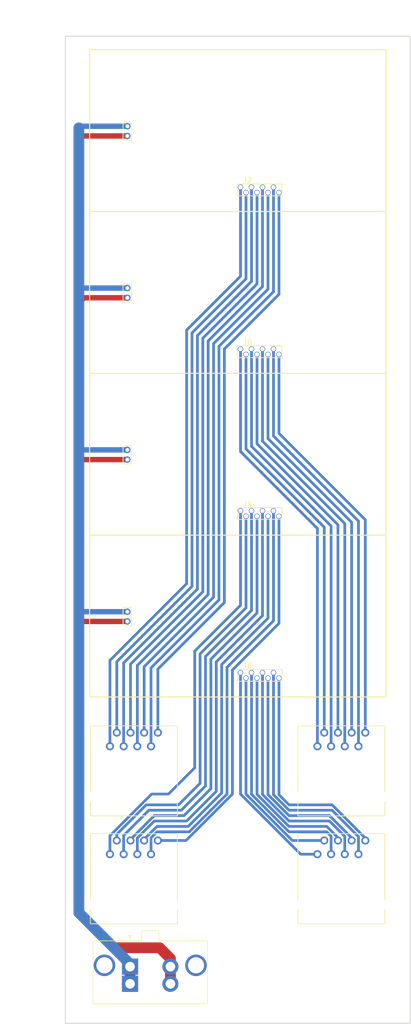
<source format=kicad_pcb>
(kicad_pcb (version 20171130) (host pcbnew 5.0.1)

  (general
    (thickness 1.6)
    (drawings 13)
    (tracks 186)
    (zones 0)
    (modules 13)
    (nets 35)
  )

  (page User 499.999 499.999)
  (layers
    (0 F.Cu signal)
    (31 B.Cu signal)
    (32 B.Adhes user hide)
    (33 F.Adhes user hide)
    (34 B.Paste user)
    (35 F.Paste user)
    (36 B.SilkS user hide)
    (37 F.SilkS user)
    (38 B.Mask user hide)
    (39 F.Mask user hide)
    (40 Dwgs.User user)
    (41 Cmts.User user)
    (42 Eco1.User user)
    (43 Eco2.User user)
    (44 Edge.Cuts user)
    (45 Margin user)
    (46 B.CrtYd user)
    (47 F.CrtYd user)
    (48 B.Fab user)
    (49 F.Fab user)
  )

  (setup
    (last_trace_width 0.5)
    (user_trace_width 0.5)
    (user_trace_width 1)
    (user_trace_width 2)
    (trace_clearance 0.203)
    (zone_clearance 0.508)
    (zone_45_only no)
    (trace_min 0.15)
    (segment_width 0.2)
    (edge_width 0.15)
    (via_size 0.8)
    (via_drill 0.4)
    (via_min_size 0.4)
    (via_min_drill 0.3)
    (uvia_size 0.3)
    (uvia_drill 0.1)
    (uvias_allowed no)
    (uvia_min_size 0.2)
    (uvia_min_drill 0.1)
    (pcb_text_width 0.3)
    (pcb_text_size 1.5 1.5)
    (mod_edge_width 0.15)
    (mod_text_size 1 1)
    (mod_text_width 0.15)
    (pad_size 1.2 1.2)
    (pad_drill 0.7)
    (pad_to_mask_clearance 0.051)
    (solder_mask_min_width 0.25)
    (aux_axis_origin 0 0)
    (visible_elements FFFFFF7F)
    (pcbplotparams
      (layerselection 0x010fc_ffffffff)
      (usegerberextensions false)
      (usegerberattributes false)
      (usegerberadvancedattributes false)
      (creategerberjobfile false)
      (excludeedgelayer true)
      (linewidth 0.100000)
      (plotframeref false)
      (viasonmask false)
      (mode 1)
      (useauxorigin false)
      (hpglpennumber 1)
      (hpglpenspeed 20)
      (hpglpendiameter 15.000000)
      (psnegative false)
      (psa4output false)
      (plotreference true)
      (plotvalue true)
      (plotinvisibletext false)
      (padsonsilk false)
      (subtractmaskfromsilk false)
      (outputformat 1)
      (mirror false)
      (drillshape 0)
      (scaleselection 1)
      (outputdirectory "/home/anton/Files/PiBoard/gerbers/"))
  )

  (net 0 "")
  (net 1 "Net-(J7-Pad1)")
  (net 2 "Net-(J7-Pad2)")
  (net 3 "Net-(J7-Pad3)")
  (net 4 "Net-(J7-Pad4)")
  (net 5 "Net-(J7-Pad5)")
  (net 6 "Net-(J7-Pad6)")
  (net 7 "Net-(J7-Pad7)")
  (net 8 "Net-(J7-Pad8)")
  (net 9 "Net-(J5-Pad8)")
  (net 10 "Net-(J5-Pad7)")
  (net 11 "Net-(J5-Pad6)")
  (net 12 "Net-(J5-Pad5)")
  (net 13 "Net-(J5-Pad4)")
  (net 14 "Net-(J5-Pad3)")
  (net 15 "Net-(J5-Pad2)")
  (net 16 "Net-(J5-Pad1)")
  (net 17 "Net-(J3-Pad1)")
  (net 18 "Net-(J3-Pad2)")
  (net 19 "Net-(J3-Pad3)")
  (net 20 "Net-(J3-Pad4)")
  (net 21 "Net-(J3-Pad5)")
  (net 22 "Net-(J3-Pad6)")
  (net 23 "Net-(J3-Pad7)")
  (net 24 "Net-(J3-Pad8)")
  (net 25 "Net-(J1-Pad8)")
  (net 26 "Net-(J1-Pad7)")
  (net 27 "Net-(J1-Pad6)")
  (net 28 "Net-(J1-Pad5)")
  (net 29 "Net-(J1-Pad4)")
  (net 30 "Net-(J1-Pad3)")
  (net 31 "Net-(J1-Pad2)")
  (net 32 "Net-(J1-Pad1)")
  (net 33 "Net-(J13-Pad2)")
  (net 34 "Net-(J13-Pad1)")

  (net_class Default "This is the default net class."
    (clearance 0.203)
    (trace_width 0.5)
    (via_dia 0.8)
    (via_drill 0.4)
    (uvia_dia 0.3)
    (uvia_drill 0.1)
    (diff_pair_gap 0.25)
    (diff_pair_width 0.5)
    (add_net "Net-(J1-Pad1)")
    (add_net "Net-(J1-Pad2)")
    (add_net "Net-(J1-Pad3)")
    (add_net "Net-(J1-Pad4)")
    (add_net "Net-(J1-Pad5)")
    (add_net "Net-(J1-Pad6)")
    (add_net "Net-(J1-Pad7)")
    (add_net "Net-(J1-Pad8)")
    (add_net "Net-(J13-Pad1)")
    (add_net "Net-(J13-Pad2)")
    (add_net "Net-(J3-Pad1)")
    (add_net "Net-(J3-Pad2)")
    (add_net "Net-(J3-Pad3)")
    (add_net "Net-(J3-Pad4)")
    (add_net "Net-(J3-Pad5)")
    (add_net "Net-(J3-Pad6)")
    (add_net "Net-(J3-Pad7)")
    (add_net "Net-(J3-Pad8)")
    (add_net "Net-(J5-Pad1)")
    (add_net "Net-(J5-Pad2)")
    (add_net "Net-(J5-Pad3)")
    (add_net "Net-(J5-Pad4)")
    (add_net "Net-(J5-Pad5)")
    (add_net "Net-(J5-Pad6)")
    (add_net "Net-(J5-Pad7)")
    (add_net "Net-(J5-Pad8)")
    (add_net "Net-(J7-Pad1)")
    (add_net "Net-(J7-Pad2)")
    (add_net "Net-(J7-Pad3)")
    (add_net "Net-(J7-Pad4)")
    (add_net "Net-(J7-Pad5)")
    (add_net "Net-(J7-Pad6)")
    (add_net "Net-(J7-Pad7)")
    (add_net "Net-(J7-Pad8)")
  )

  (module "antonlib:Assmann A-2014-2S-4-N-R" (layer F.Cu) (tedit 5C7B9915) (tstamp 5C9855C0)
    (at 57.5 150 180)
    (path /5C6B585E)
    (fp_text reference J5 (at 2.8 5.6 180) (layer F.SilkS) hide
      (effects (font (size 1 1) (thickness 0.15)))
    )
    (fp_text value 8P8C (at 5.4 -1.6 180) (layer F.Fab) hide
      (effects (font (size 1 1) (thickness 0.15)))
    )
    (fp_line (start 2.36 -6.55) (end -13.79 -6.55) (layer F.SilkS) (width 0.15))
    (fp_line (start -13.79 -6.55) (end -13.79 10.15) (layer F.SilkS) (width 0.15))
    (fp_line (start -13.79 10.15) (end 2.36 10.15) (layer F.SilkS) (width 0.15))
    (fp_line (start 2.36 10.15) (end 2.36 -6.55) (layer F.SilkS) (width 0.15))
    (pad "" np_thru_hole circle (at 0 0 180) (size 3.51 3.51) (drill 3.51) (layers *.Cu *.Mask))
    (pad "" np_thru_hole circle (at -11.43 0 180) (size 3.51 3.51) (drill 3.51) (layers *.Cu *.Mask))
    (pad "" np_thru_hole circle (at 2.16 -3.05 180) (size 1.71 1.71) (drill 1.71) (layers *.Cu *.Mask))
    (pad "" np_thru_hole circle (at -13.59 -3.05 180) (size 1.71 1.71) (drill 1.71) (layers *.Cu *.Mask))
    (pad 1 thru_hole circle (at -1.27 6.35 180) (size 1.5 1.5) (drill 0.9) (layers *.Cu *.Mask)
      (net 16 "Net-(J5-Pad1)"))
    (pad 2 thru_hole circle (at -2.54 8.89 180) (size 1.5 1.5) (drill 0.9) (layers *.Cu *.Mask)
      (net 15 "Net-(J5-Pad2)"))
    (pad 3 thru_hole circle (at -3.81 6.35 180) (size 1.5 1.5) (drill 0.9) (layers *.Cu *.Mask)
      (net 14 "Net-(J5-Pad3)"))
    (pad 4 thru_hole circle (at -5.08 8.89 180) (size 1.5 1.5) (drill 0.9) (layers *.Cu *.Mask)
      (net 13 "Net-(J5-Pad4)"))
    (pad 5 thru_hole circle (at -6.35 6.35 180) (size 1.5 1.5) (drill 0.9) (layers *.Cu *.Mask)
      (net 12 "Net-(J5-Pad5)"))
    (pad 6 thru_hole circle (at -7.62 8.89 180) (size 1.5 1.5) (drill 0.9) (layers *.Cu *.Mask)
      (net 11 "Net-(J5-Pad6)"))
    (pad 7 thru_hole circle (at -8.89 6.35 180) (size 1.5 1.5) (drill 0.9) (layers *.Cu *.Mask)
      (net 10 "Net-(J5-Pad7)"))
    (pad 8 thru_hole circle (at -10.16 8.89 180) (size 1.5 1.5) (drill 0.9) (layers *.Cu *.Mask)
      (net 9 "Net-(J5-Pad8)"))
  )

  (module "antonlib:Assmann A-2014-2S-4-N-R" (layer F.Cu) (tedit 5C7B9924) (tstamp 5C7B0B69)
    (at 19 170 180)
    (path /5C6B56BC)
    (fp_text reference J3 (at 2.8 5.6 180) (layer F.SilkS) hide
      (effects (font (size 1 1) (thickness 0.15)))
    )
    (fp_text value 8P8C (at 5.4 -1.6 180) (layer F.Fab) hide
      (effects (font (size 1 1) (thickness 0.15)))
    )
    (fp_line (start 2.36 10.15) (end 2.36 -6.55) (layer F.SilkS) (width 0.15))
    (fp_line (start -13.79 10.15) (end 2.36 10.15) (layer F.SilkS) (width 0.15))
    (fp_line (start -13.79 -6.55) (end -13.79 10.15) (layer F.SilkS) (width 0.15))
    (fp_line (start 2.36 -6.55) (end -13.79 -6.55) (layer F.SilkS) (width 0.15))
    (pad 8 thru_hole circle (at -10.16 8.89 180) (size 1.5 1.5) (drill 0.9) (layers *.Cu *.Mask)
      (net 24 "Net-(J3-Pad8)"))
    (pad 7 thru_hole circle (at -8.89 6.35 180) (size 1.5 1.5) (drill 0.9) (layers *.Cu *.Mask)
      (net 23 "Net-(J3-Pad7)"))
    (pad 6 thru_hole circle (at -7.62 8.89 180) (size 1.5 1.5) (drill 0.9) (layers *.Cu *.Mask)
      (net 22 "Net-(J3-Pad6)"))
    (pad 5 thru_hole circle (at -6.35 6.35 180) (size 1.5 1.5) (drill 0.9) (layers *.Cu *.Mask)
      (net 21 "Net-(J3-Pad5)"))
    (pad 4 thru_hole circle (at -5.08 8.89 180) (size 1.5 1.5) (drill 0.9) (layers *.Cu *.Mask)
      (net 20 "Net-(J3-Pad4)"))
    (pad 3 thru_hole circle (at -3.81 6.35 180) (size 1.5 1.5) (drill 0.9) (layers *.Cu *.Mask)
      (net 19 "Net-(J3-Pad3)"))
    (pad 2 thru_hole circle (at -2.54 8.89 180) (size 1.5 1.5) (drill 0.9) (layers *.Cu *.Mask)
      (net 18 "Net-(J3-Pad2)"))
    (pad 1 thru_hole circle (at -1.27 6.35 180) (size 1.5 1.5) (drill 0.9) (layers *.Cu *.Mask)
      (net 17 "Net-(J3-Pad1)"))
    (pad "" np_thru_hole circle (at -13.59 -3.05 180) (size 1.71 1.71) (drill 1.71) (layers *.Cu *.Mask))
    (pad "" np_thru_hole circle (at 2.16 -3.05 180) (size 1.71 1.71) (drill 1.71) (layers *.Cu *.Mask))
    (pad "" np_thru_hole circle (at -11.43 0 180) (size 3.51 3.51) (drill 3.51) (layers *.Cu *.Mask))
    (pad "" np_thru_hole circle (at 0 0 180) (size 3.51 3.51) (drill 3.51) (layers *.Cu *.Mask))
  )

  (module "antonlib:Assmann A-2014-2S-4-N-R" (layer F.Cu) (tedit 5C7B994B) (tstamp 5C985019)
    (at 19 150 180)
    (path /5C6B4D18)
    (fp_text reference J1 (at 2.8 5.6 180) (layer F.SilkS) hide
      (effects (font (size 1 1) (thickness 0.15)))
    )
    (fp_text value 8P8C (at 5.4 -1.6 180) (layer F.Fab) hide
      (effects (font (size 1 1) (thickness 0.15)))
    )
    (fp_line (start 2.36 10.15) (end 2.36 -6.55) (layer F.SilkS) (width 0.15))
    (fp_line (start -13.79 10.15) (end 2.36 10.15) (layer F.SilkS) (width 0.15))
    (fp_line (start -13.79 -6.55) (end -13.79 10.15) (layer F.SilkS) (width 0.15))
    (fp_line (start 2.36 -6.55) (end -13.79 -6.55) (layer F.SilkS) (width 0.15))
    (pad 8 thru_hole circle (at -10.16 8.89 180) (size 1.5 1.5) (drill 0.9) (layers *.Cu *.Mask)
      (net 25 "Net-(J1-Pad8)"))
    (pad 7 thru_hole circle (at -8.89 6.35 180) (size 1.5 1.5) (drill 0.9) (layers *.Cu *.Mask)
      (net 26 "Net-(J1-Pad7)"))
    (pad 6 thru_hole circle (at -7.62 8.89 180) (size 1.5 1.5) (drill 0.9) (layers *.Cu *.Mask)
      (net 27 "Net-(J1-Pad6)"))
    (pad 5 thru_hole circle (at -6.35 6.35 180) (size 1.5 1.5) (drill 0.9) (layers *.Cu *.Mask)
      (net 28 "Net-(J1-Pad5)"))
    (pad 4 thru_hole circle (at -5.08 8.89 180) (size 1.5 1.5) (drill 0.9) (layers *.Cu *.Mask)
      (net 29 "Net-(J1-Pad4)"))
    (pad 3 thru_hole circle (at -3.81 6.35 180) (size 1.5 1.5) (drill 0.9) (layers *.Cu *.Mask)
      (net 30 "Net-(J1-Pad3)"))
    (pad 2 thru_hole circle (at -2.54 8.89 180) (size 1.5 1.5) (drill 0.9) (layers *.Cu *.Mask)
      (net 31 "Net-(J1-Pad2)"))
    (pad 1 thru_hole circle (at -1.27 6.35 180) (size 1.5 1.5) (drill 0.9) (layers *.Cu *.Mask)
      (net 32 "Net-(J1-Pad1)"))
    (pad "" np_thru_hole circle (at -13.59 -3.05 180) (size 1.71 1.71) (drill 1.71) (layers *.Cu *.Mask))
    (pad "" np_thru_hole circle (at 2.16 -3.05 180) (size 1.71 1.71) (drill 1.71) (layers *.Cu *.Mask))
    (pad "" np_thru_hole circle (at -11.43 0 180) (size 3.51 3.51) (drill 3.51) (layers *.Cu *.Mask))
    (pad "" np_thru_hole circle (at 0 0 180) (size 3.51 3.51) (drill 3.51) (layers *.Cu *.Mask))
  )

  (module antonlib:rj45-throughhole-staggered (layer F.Cu) (tedit 5C6B708C) (tstamp 5C984743)
    (at 44.5 130)
    (path /5C6B6CC9)
    (fp_text reference J8 (at 1.3 -1.3) (layer F.SilkS)
      (effects (font (size 1 1) (thickness 0.15)))
    )
    (fp_text value Conn_01x08_Male (at 6.6 -1.3) (layer F.Fab)
      (effects (font (size 1 1) (thickness 0.15)))
    )
    (fp_line (start 7.7 -0.6) (end -0.6 -0.6) (layer F.SilkS) (width 0.15))
    (fp_line (start 7.7 1.6) (end 7.7 -0.6) (layer F.SilkS) (width 0.15))
    (fp_line (start -0.6 1.6) (end 7.7 1.6) (layer F.SilkS) (width 0.15))
    (fp_line (start -0.6 -0.6) (end -0.6 1.6) (layer F.SilkS) (width 0.15))
    (pad 8 thru_hole circle (at 7.14 1) (size 1 1) (drill 0.8) (layers *.Cu *.Mask)
      (net 8 "Net-(J7-Pad8)"))
    (pad 7 thru_hole circle (at 6.12 0) (size 1 1) (drill 0.8) (layers *.Cu *.Mask)
      (net 7 "Net-(J7-Pad7)"))
    (pad 6 thru_hole circle (at 5.1 1) (size 1 1) (drill 0.8) (layers *.Cu *.Mask)
      (net 6 "Net-(J7-Pad6)"))
    (pad 5 thru_hole circle (at 4.08 0) (size 1 1) (drill 0.8) (layers *.Cu *.Mask)
      (net 5 "Net-(J7-Pad5)"))
    (pad 4 thru_hole circle (at 3.06 1) (size 1 1) (drill 0.8) (layers *.Cu *.Mask)
      (net 4 "Net-(J7-Pad4)"))
    (pad 3 thru_hole circle (at 2.04 0) (size 1 1) (drill 0.8) (layers *.Cu *.Mask)
      (net 3 "Net-(J7-Pad3)"))
    (pad 2 thru_hole circle (at 1.02 1) (size 1 1) (drill 0.8) (layers *.Cu *.Mask)
      (net 2 "Net-(J7-Pad2)"))
    (pad 1 thru_hole circle (at 0 0) (size 1 1) (drill 0.8) (layers *.Cu *.Mask)
      (net 1 "Net-(J7-Pad1)"))
  )

  (module antonlib:rj45-throughhole-staggered (layer F.Cu) (tedit 5C6B708C) (tstamp 5C984733)
    (at 44.5 70)
    (path /5C6B5865)
    (fp_text reference J6 (at 1.3 -1.3) (layer F.SilkS)
      (effects (font (size 1 1) (thickness 0.15)))
    )
    (fp_text value Conn_01x08_Male (at 6.6 -1.3) (layer F.Fab)
      (effects (font (size 1 1) (thickness 0.15)))
    )
    (fp_line (start -0.6 -0.6) (end -0.6 1.6) (layer F.SilkS) (width 0.15))
    (fp_line (start -0.6 1.6) (end 7.7 1.6) (layer F.SilkS) (width 0.15))
    (fp_line (start 7.7 1.6) (end 7.7 -0.6) (layer F.SilkS) (width 0.15))
    (fp_line (start 7.7 -0.6) (end -0.6 -0.6) (layer F.SilkS) (width 0.15))
    (pad 1 thru_hole circle (at 0 0) (size 1 1) (drill 0.8) (layers *.Cu *.Mask)
      (net 16 "Net-(J5-Pad1)"))
    (pad 2 thru_hole circle (at 1.02 1) (size 1 1) (drill 0.8) (layers *.Cu *.Mask)
      (net 15 "Net-(J5-Pad2)"))
    (pad 3 thru_hole circle (at 2.04 0) (size 1 1) (drill 0.8) (layers *.Cu *.Mask)
      (net 14 "Net-(J5-Pad3)"))
    (pad 4 thru_hole circle (at 3.06 1) (size 1 1) (drill 0.8) (layers *.Cu *.Mask)
      (net 13 "Net-(J5-Pad4)"))
    (pad 5 thru_hole circle (at 4.08 0) (size 1 1) (drill 0.8) (layers *.Cu *.Mask)
      (net 12 "Net-(J5-Pad5)"))
    (pad 6 thru_hole circle (at 5.1 1) (size 1 1) (drill 0.8) (layers *.Cu *.Mask)
      (net 11 "Net-(J5-Pad6)"))
    (pad 7 thru_hole circle (at 6.12 0) (size 1 1) (drill 0.8) (layers *.Cu *.Mask)
      (net 10 "Net-(J5-Pad7)"))
    (pad 8 thru_hole circle (at 7.14 1) (size 1 1) (drill 0.8) (layers *.Cu *.Mask)
      (net 9 "Net-(J5-Pad8)"))
  )

  (module antonlib:rj45-throughhole-staggered (layer F.Cu) (tedit 5C6B708C) (tstamp 5C985871)
    (at 44.5 100)
    (path /5C6B56C3)
    (fp_text reference J4 (at 1.3 -1.3) (layer F.SilkS)
      (effects (font (size 1 1) (thickness 0.15)))
    )
    (fp_text value Conn_01x08_Male (at 6.6 -1.3) (layer F.Fab)
      (effects (font (size 1 1) (thickness 0.15)))
    )
    (fp_line (start 7.7 -0.6) (end -0.6 -0.6) (layer F.SilkS) (width 0.15))
    (fp_line (start 7.7 1.6) (end 7.7 -0.6) (layer F.SilkS) (width 0.15))
    (fp_line (start -0.6 1.6) (end 7.7 1.6) (layer F.SilkS) (width 0.15))
    (fp_line (start -0.6 -0.6) (end -0.6 1.6) (layer F.SilkS) (width 0.15))
    (pad 8 thru_hole circle (at 7.14 1) (size 1 1) (drill 0.8) (layers *.Cu *.Mask)
      (net 24 "Net-(J3-Pad8)"))
    (pad 7 thru_hole circle (at 6.12 0) (size 1 1) (drill 0.8) (layers *.Cu *.Mask)
      (net 23 "Net-(J3-Pad7)"))
    (pad 6 thru_hole circle (at 5.1 1) (size 1 1) (drill 0.8) (layers *.Cu *.Mask)
      (net 22 "Net-(J3-Pad6)"))
    (pad 5 thru_hole circle (at 4.08 0) (size 1 1) (drill 0.8) (layers *.Cu *.Mask)
      (net 21 "Net-(J3-Pad5)"))
    (pad 4 thru_hole circle (at 3.06 1) (size 1 1) (drill 0.8) (layers *.Cu *.Mask)
      (net 20 "Net-(J3-Pad4)"))
    (pad 3 thru_hole circle (at 2.04 0) (size 1 1) (drill 0.8) (layers *.Cu *.Mask)
      (net 19 "Net-(J3-Pad3)"))
    (pad 2 thru_hole circle (at 1.02 1) (size 1 1) (drill 0.8) (layers *.Cu *.Mask)
      (net 18 "Net-(J3-Pad2)"))
    (pad 1 thru_hole circle (at 0 0) (size 1 1) (drill 0.8) (layers *.Cu *.Mask)
      (net 17 "Net-(J3-Pad1)"))
  )

  (module antonlib:rj45-throughhole-staggered (layer F.Cu) (tedit 5C6B708C) (tstamp 5C984C63)
    (at 44.5 40)
    (path /5C6B5179)
    (fp_text reference J2 (at 1.3 -1.3) (layer F.SilkS)
      (effects (font (size 1 1) (thickness 0.15)))
    )
    (fp_text value Conn_01x08_Male (at 6.6 -1.3) (layer F.Fab)
      (effects (font (size 1 1) (thickness 0.15)))
    )
    (fp_line (start -0.6 -0.6) (end -0.6 1.6) (layer F.SilkS) (width 0.15))
    (fp_line (start -0.6 1.6) (end 7.7 1.6) (layer F.SilkS) (width 0.15))
    (fp_line (start 7.7 1.6) (end 7.7 -0.6) (layer F.SilkS) (width 0.15))
    (fp_line (start 7.7 -0.6) (end -0.6 -0.6) (layer F.SilkS) (width 0.15))
    (pad 1 thru_hole circle (at 0 0) (size 1 1) (drill 0.8) (layers *.Cu *.Mask)
      (net 32 "Net-(J1-Pad1)"))
    (pad 2 thru_hole circle (at 1.02 1) (size 1 1) (drill 0.8) (layers *.Cu *.Mask)
      (net 31 "Net-(J1-Pad2)"))
    (pad 3 thru_hole circle (at 2.04 0) (size 1 1) (drill 0.8) (layers *.Cu *.Mask)
      (net 30 "Net-(J1-Pad3)"))
    (pad 4 thru_hole circle (at 3.06 1) (size 1 1) (drill 0.8) (layers *.Cu *.Mask)
      (net 29 "Net-(J1-Pad4)"))
    (pad 5 thru_hole circle (at 4.08 0) (size 1 1) (drill 0.8) (layers *.Cu *.Mask)
      (net 28 "Net-(J1-Pad5)"))
    (pad 6 thru_hole circle (at 5.1 1) (size 1 1) (drill 0.8) (layers *.Cu *.Mask)
      (net 27 "Net-(J1-Pad6)"))
    (pad 7 thru_hole circle (at 6.12 0) (size 1 1) (drill 0.8) (layers *.Cu *.Mask)
      (net 26 "Net-(J1-Pad7)"))
    (pad 8 thru_hole circle (at 7.14 1) (size 1 1) (drill 0.8) (layers *.Cu *.Mask)
      (net 25 "Net-(J1-Pad8)"))
  )

  (module Connectors_Molex:Molex_Sabre_43160-XX02_02x7.49mm_Vertical_BoardLock (layer F.Cu) (tedit 5C7B9921) (tstamp 5C7B0C13)
    (at 24 184.5)
    (descr "Sabre™ Vertical Header, 43160-XX02, http://www.molex.com/pdm_docs/sd/431600102_sd.pdf")
    (tags "connector molex sabre 43160")
    (path /5C6BD1AD)
    (fp_text reference J13 (at -5 -6) (layer F.SilkS) hide
      (effects (font (size 1 1) (thickness 0.15)))
    )
    (fp_text value Conn_01x02_Female (at 3.745 8.5) (layer F.Fab)
      (effects (font (size 1 1) (thickness 0.15)))
    )
    (fp_line (start 0 -5.2) (end 0.3 -5.8) (layer F.SilkS) (width 0.12))
    (fp_line (start 0.3 -5.8) (end -0.3 -5.8) (layer F.SilkS) (width 0.12))
    (fp_line (start -0.3 -5.8) (end 0 -5.2) (layer F.SilkS) (width 0.12))
    (fp_line (start -6.865 -4.795) (end 2.145 -4.795) (layer F.SilkS) (width 0.12))
    (fp_line (start 2.145 -4.795) (end 2.145 -6.645) (layer F.SilkS) (width 0.12))
    (fp_line (start 2.145 -6.645) (end 5.345 -6.645) (layer F.SilkS) (width 0.12))
    (fp_line (start 5.345 -6.645) (end 5.345 -4.795) (layer F.SilkS) (width 0.12))
    (fp_line (start 5.345 -4.795) (end 14.355 -4.795) (layer F.SilkS) (width 0.12))
    (fp_line (start 14.355 -4.795) (end 14.355 6.885) (layer F.SilkS) (width 0.12))
    (fp_line (start 14.355 6.885) (end -6.865 6.885) (layer F.SilkS) (width 0.12))
    (fp_line (start -6.865 6.885) (end -6.865 -4.795) (layer F.SilkS) (width 0.12))
    (fp_line (start -7.45 -7.25) (end -7.45 7.5) (layer F.CrtYd) (width 0.05))
    (fp_line (start -7.45 7.5) (end 14.95 7.5) (layer F.CrtYd) (width 0.05))
    (fp_line (start 14.95 7.5) (end 14.95 -7.25) (layer F.CrtYd) (width 0.05))
    (fp_line (start 14.95 -7.25) (end -7.45 -7.25) (layer F.CrtYd) (width 0.05))
    (pad 1 thru_hole rect (at 0 0) (size 3 3) (drill 1.78) (layers *.Cu *.Mask)
      (net 34 "Net-(J13-Pad1)"))
    (pad 1 thru_hole rect (at 0 3.18) (size 3 3) (drill 1.78) (layers *.Cu *.Mask)
      (net 34 "Net-(J13-Pad1)"))
    (pad 2 thru_hole circle (at 7.49 0) (size 3 3) (drill 1.78) (layers *.Cu *.Mask)
      (net 33 "Net-(J13-Pad2)"))
    (pad 2 thru_hole circle (at 7.49 3.18) (size 3 3) (drill 1.78) (layers *.Cu *.Mask)
      (net 33 "Net-(J13-Pad2)"))
    (pad "" thru_hole circle (at -4.75 -0.25) (size 4 4) (drill 3) (layers *.Cu *.Mask))
    (pad "" thru_hole circle (at 12.24 -0.25) (size 4 4) (drill 3) (layers *.Cu *.Mask))
    (model ${KISYS3DMOD}/Connectors_Molex.3dshapes/Molex_Sabre_43160-XX02_02x7.49mm_Vertical_BoardLock.wrl
      (at (xyz 0 0 0))
      (scale (xyz 1 1 1))
      (rotate (xyz 0 0 0))
    )
  )

  (module "antonlib:Assmann A-2014-2S-4-N-R" (layer F.Cu) (tedit 5C7B991B) (tstamp 5C985467)
    (at 57.5 170 180)
    (path /5C6B6CC2)
    (fp_text reference J7 (at 2.8 5.6 180) (layer F.SilkS) hide
      (effects (font (size 1 1) (thickness 0.15)))
    )
    (fp_text value 8P8C (at 5.4 -1.6 180) (layer F.Fab) hide
      (effects (font (size 1 1) (thickness 0.15)))
    )
    (fp_line (start 2.36 10.15) (end 2.36 -6.55) (layer F.SilkS) (width 0.15))
    (fp_line (start -13.79 10.15) (end 2.36 10.15) (layer F.SilkS) (width 0.15))
    (fp_line (start -13.79 -6.55) (end -13.79 10.15) (layer F.SilkS) (width 0.15))
    (fp_line (start 2.36 -6.55) (end -13.79 -6.55) (layer F.SilkS) (width 0.15))
    (pad 8 thru_hole circle (at -10.16 8.89 180) (size 1.5 1.5) (drill 0.9) (layers *.Cu *.Mask)
      (net 8 "Net-(J7-Pad8)"))
    (pad 7 thru_hole circle (at -8.89 6.35 180) (size 1.5 1.5) (drill 0.9) (layers *.Cu *.Mask)
      (net 7 "Net-(J7-Pad7)"))
    (pad 6 thru_hole circle (at -7.62 8.89 180) (size 1.5 1.5) (drill 0.9) (layers *.Cu *.Mask)
      (net 6 "Net-(J7-Pad6)"))
    (pad 5 thru_hole circle (at -6.35 6.35 180) (size 1.5 1.5) (drill 0.9) (layers *.Cu *.Mask)
      (net 5 "Net-(J7-Pad5)"))
    (pad 4 thru_hole circle (at -5.08 8.89 180) (size 1.5 1.5) (drill 0.9) (layers *.Cu *.Mask)
      (net 4 "Net-(J7-Pad4)"))
    (pad 3 thru_hole circle (at -3.81 6.35 180) (size 1.5 1.5) (drill 0.9) (layers *.Cu *.Mask)
      (net 3 "Net-(J7-Pad3)"))
    (pad 2 thru_hole circle (at -2.54 8.89 180) (size 1.5 1.5) (drill 0.9) (layers *.Cu *.Mask)
      (net 2 "Net-(J7-Pad2)"))
    (pad 1 thru_hole circle (at -1.27 6.35 180) (size 1.5 1.5) (drill 0.9) (layers *.Cu *.Mask)
      (net 1 "Net-(J7-Pad1)"))
    (pad "" np_thru_hole circle (at -13.59 -3.05 180) (size 1.71 1.71) (drill 1.71) (layers *.Cu *.Mask))
    (pad "" np_thru_hole circle (at 2.16 -3.05 180) (size 1.71 1.71) (drill 1.71) (layers *.Cu *.Mask))
    (pad "" np_thru_hole circle (at -11.43 0 180) (size 3.51 3.51) (drill 3.51) (layers *.Cu *.Mask))
    (pad "" np_thru_hole circle (at 0 0 180) (size 3.51 3.51) (drill 3.51) (layers *.Cu *.Mask))
  )

  (module antonlib:barrel-1.8mm (layer F.Cu) (tedit 5C8E9E79) (tstamp 5C7B0BDA)
    (at 23.5 60.5 90)
    (path /5C6C2ECB)
    (fp_text reference J14 (at 1.2 -1.5 90) (layer F.SilkS) hide
      (effects (font (size 1 1) (thickness 0.15)))
    )
    (fp_text value Conn_01x02_Male (at -1.7 -2.5 90) (layer F.Fab)
      (effects (font (size 1 1) (thickness 0.15)))
    )
    (fp_line (start 2.6 -0.8) (end -0.8 -0.8) (layer F.SilkS) (width 0.15))
    (fp_line (start 2.6 0.8) (end 2.6 -0.8) (layer F.SilkS) (width 0.15))
    (fp_line (start -0.8 0.8) (end 2.6 0.8) (layer F.SilkS) (width 0.15))
    (fp_line (start -0.8 -0.8) (end -0.8 0.8) (layer F.SilkS) (width 0.15))
    (pad 2 thru_hole circle (at 1.8 0 90) (size 1.2 1.2) (drill 0.7) (layers *.Cu *.Mask)
      (net 34 "Net-(J13-Pad1)"))
    (pad 1 thru_hole circle (at 0 0 90) (size 1.2 1.2) (drill 0.7) (layers *.Cu *.Mask)
      (net 33 "Net-(J13-Pad2)"))
  )

  (module antonlib:barrel-1.8mm (layer F.Cu) (tedit 5C8E9E87) (tstamp 5C7B0CF1)
    (at 23.5 90.5 90)
    (path /5C6C1CDC)
    (fp_text reference J15 (at 1.2 -1.5 90) (layer F.SilkS) hide
      (effects (font (size 1 1) (thickness 0.15)))
    )
    (fp_text value Conn_01x02_Male (at -1.7 -2.5 90) (layer F.Fab)
      (effects (font (size 1 1) (thickness 0.15)))
    )
    (fp_line (start -0.8 -0.8) (end -0.8 0.8) (layer F.SilkS) (width 0.15))
    (fp_line (start -0.8 0.8) (end 2.6 0.8) (layer F.SilkS) (width 0.15))
    (fp_line (start 2.6 0.8) (end 2.6 -0.8) (layer F.SilkS) (width 0.15))
    (fp_line (start 2.6 -0.8) (end -0.8 -0.8) (layer F.SilkS) (width 0.15))
    (pad 1 thru_hole circle (at 0 0 90) (size 1.2 1.2) (drill 0.7) (layers *.Cu *.Mask)
      (net 33 "Net-(J13-Pad2)"))
    (pad 2 thru_hole circle (at 1.8 0 90) (size 1.2 1.2) (drill 0.7) (layers *.Cu *.Mask)
      (net 34 "Net-(J13-Pad1)"))
  )

  (module antonlib:barrel-1.8mm (layer F.Cu) (tedit 5C8E9E92) (tstamp 5C7B0C4F)
    (at 23.5 120.5 90)
    (path /5C6C0AEF)
    (fp_text reference J16 (at 1.2 -1.5 90) (layer F.SilkS) hide
      (effects (font (size 1 1) (thickness 0.15)))
    )
    (fp_text value Conn_01x02_Male (at -1.7 -2.5 90) (layer F.Fab)
      (effects (font (size 1 1) (thickness 0.15)))
    )
    (fp_line (start 2.6 -0.8) (end -0.8 -0.8) (layer F.SilkS) (width 0.15))
    (fp_line (start 2.6 0.8) (end 2.6 -0.8) (layer F.SilkS) (width 0.15))
    (fp_line (start -0.8 0.8) (end 2.6 0.8) (layer F.SilkS) (width 0.15))
    (fp_line (start -0.8 -0.8) (end -0.8 0.8) (layer F.SilkS) (width 0.15))
    (pad 2 thru_hole circle (at 1.8 0 90) (size 1.2 1.2) (drill 0.7) (layers *.Cu *.Mask)
      (net 34 "Net-(J13-Pad1)"))
    (pad 1 thru_hole circle (at 0 0 90) (size 1.2 1.2) (drill 0.7) (layers *.Cu *.Mask)
      (net 33 "Net-(J13-Pad2)"))
  )

  (module antonlib:barrel-1.8mm (layer F.Cu) (tedit 5C8E9E45) (tstamp 5C7B0D21)
    (at 23.5 30.5 90)
    (path /5C6BF904)
    (fp_text reference J17 (at 1.2 -1.5 90) (layer F.SilkS) hide
      (effects (font (size 1 1) (thickness 0.15)))
    )
    (fp_text value Conn_01x02_Male (at -1.7 -2.5 90) (layer F.Fab)
      (effects (font (size 1 1) (thickness 0.15)))
    )
    (fp_line (start -0.8 -0.8) (end -0.8 0.8) (layer F.SilkS) (width 0.15))
    (fp_line (start -0.8 0.8) (end 2.6 0.8) (layer F.SilkS) (width 0.15))
    (fp_line (start 2.6 0.8) (end 2.6 -0.8) (layer F.SilkS) (width 0.15))
    (fp_line (start 2.6 -0.8) (end -0.8 -0.8) (layer F.SilkS) (width 0.15))
    (pad 1 thru_hole circle (at 0 0 90) (size 1.2 1.2) (drill 0.7) (layers *.Cu *.Mask)
      (net 33 "Net-(J13-Pad2)"))
    (pad 2 thru_hole circle (at 1.8 0 90) (size 1.2 1.2) (drill 0.7) (layers *.Cu *.Mask)
      (net 34 "Net-(J13-Pad1)"))
  )

  (dimension 183 (width 0.3) (layer Dwgs.User)
    (gr_text "183.000 mm" (at 5.400001 103.5 270) (layer Dwgs.User)
      (effects (font (size 1.5 1.5) (thickness 0.3)))
    )
    (feature1 (pts (xy 12 195) (xy 6.91358 195)))
    (feature2 (pts (xy 12 12) (xy 6.91358 12)))
    (crossbar (pts (xy 7.500001 12) (xy 7.500001 195)))
    (arrow1a (pts (xy 7.500001 195) (xy 6.91358 193.873496)))
    (arrow1b (pts (xy 7.500001 195) (xy 8.086422 193.873496)))
    (arrow2a (pts (xy 7.500001 12) (xy 6.91358 13.126504)))
    (arrow2b (pts (xy 7.500001 12) (xy 8.086422 13.126504)))
  )
  (dimension 64 (width 0.3) (layer Dwgs.User)
    (gr_text "64.000 mm" (at 44 6.4) (layer Dwgs.User)
      (effects (font (size 1.5 1.5) (thickness 0.3)))
    )
    (feature1 (pts (xy 12 12) (xy 12 7.913579)))
    (feature2 (pts (xy 76 12) (xy 76 7.913579)))
    (crossbar (pts (xy 76 8.5) (xy 12 8.5)))
    (arrow1a (pts (xy 12 8.5) (xy 13.126504 7.913579)))
    (arrow1b (pts (xy 12 8.5) (xy 13.126504 9.086421)))
    (arrow2a (pts (xy 76 8.5) (xy 74.873496 7.913579)))
    (arrow2b (pts (xy 76 8.5) (xy 74.873496 9.086421)))
  )
  (gr_line (start 76 12) (end 76 195) (layer Edge.Cuts) (width 0.15))
  (gr_line (start 12 12) (end 76 12) (layer Edge.Cuts) (width 0.15))
  (gr_line (start 12 195) (end 12 12) (layer Edge.Cuts) (width 0.15))
  (gr_line (start 76 195) (end 12 195) (layer Edge.Cuts) (width 0.15))
  (gr_line (start 16.5 134.5) (end 16.5 14.5) (layer F.SilkS) (width 0.2) (tstamp 5C7B0C68))
  (gr_line (start 71.5 14.5) (end 71.5 134.5) (layer F.SilkS) (width 0.2) (tstamp 5C7B0E03))
  (gr_line (start 16.5 14.5) (end 71.5 14.5) (layer F.SilkS) (width 0.2) (tstamp 5C7B0EF9))
  (gr_line (start 16.5 44.5) (end 71.5 44.5) (layer F.SilkS) (width 0.2) (tstamp 5C7B0E9C))
  (gr_line (start 16.5 74.5) (end 71.5 74.5) (layer F.SilkS) (width 0.2) (tstamp 5C7B0EFC))
  (gr_line (start 16.5 104.5) (end 71.5 104.5) (layer F.SilkS) (width 0.2) (tstamp 5C7B0F2C))
  (gr_line (start 16.5 134.5) (end 71.5 134.5) (layer F.SilkS) (width 0.2) (tstamp 5C7B0ACD))

  (segment (start 58.77 163.65) (end 55.65 163.65) (width 0.5) (layer B.Cu) (net 1))
  (segment (start 44.5 152.5) (end 44.5 130) (width 0.5) (layer B.Cu) (net 1))
  (segment (start 55.65 163.65) (end 44.5 152.5) (width 0.5) (layer B.Cu) (net 1))
  (segment (start 60.04 161.11) (end 54.11 161.11) (width 0.5) (layer B.Cu) (net 2))
  (segment (start 45.52 152.52) (end 45.52 131) (width 0.5) (layer B.Cu) (net 2))
  (segment (start 54.11 161.11) (end 45.52 152.52) (width 0.5) (layer B.Cu) (net 2))
  (segment (start 46.54 152.54) (end 46.54 130) (width 0.5) (layer B.Cu) (net 3))
  (segment (start 53.5 159.5) (end 46.54 152.54) (width 0.5) (layer B.Cu) (net 3))
  (segment (start 60.5 159.5) (end 53.5 159.5) (width 0.5) (layer B.Cu) (net 3))
  (segment (start 61.31 163.65) (end 61.31 160.31) (width 0.5) (layer B.Cu) (net 3))
  (segment (start 61.31 160.31) (end 60.5 159.5) (width 0.5) (layer B.Cu) (net 3))
  (segment (start 47.56 152.56) (end 47.56 131) (width 0.5) (layer B.Cu) (net 4))
  (segment (start 53.5 158.5) (end 47.56 152.56) (width 0.5) (layer B.Cu) (net 4))
  (segment (start 60.5 158.5) (end 53.5 158.5) (width 0.5) (layer B.Cu) (net 4))
  (segment (start 62.58 161.11) (end 62.58 160.58) (width 0.5) (layer B.Cu) (net 4))
  (segment (start 62.58 160.58) (end 60.5 158.5) (width 0.5) (layer B.Cu) (net 4))
  (segment (start 48.58 152.58) (end 48.58 130) (width 0.5) (layer B.Cu) (net 5))
  (segment (start 53.5 157.5) (end 48.58 152.58) (width 0.5) (layer B.Cu) (net 5))
  (segment (start 61 157.5) (end 53.5 157.5) (width 0.5) (layer B.Cu) (net 5))
  (segment (start 63.85 163.65) (end 63.85 160.35) (width 0.5) (layer B.Cu) (net 5))
  (segment (start 63.85 160.35) (end 61 157.5) (width 0.5) (layer B.Cu) (net 5))
  (segment (start 49.6 152.6) (end 49.6 131) (width 0.5) (layer B.Cu) (net 6))
  (segment (start 53.5 156.5) (end 49.6 152.6) (width 0.5) (layer B.Cu) (net 6))
  (segment (start 61 156.5) (end 53.5 156.5) (width 0.5) (layer B.Cu) (net 6))
  (segment (start 65.12 161.11) (end 65.12 160.62) (width 0.5) (layer B.Cu) (net 6))
  (segment (start 65.12 160.62) (end 61 156.5) (width 0.5) (layer B.Cu) (net 6))
  (segment (start 61.5 155.5) (end 53.5 155.5) (width 0.5) (layer B.Cu) (net 7))
  (segment (start 66.39 163.65) (end 66.39 160.39) (width 0.5) (layer B.Cu) (net 7))
  (segment (start 50.62 152.62) (end 50.62 130) (width 0.5) (layer B.Cu) (net 7))
  (segment (start 53.5 155.5) (end 50.62 152.62) (width 0.5) (layer B.Cu) (net 7))
  (segment (start 66.39 160.39) (end 61.5 155.5) (width 0.5) (layer B.Cu) (net 7))
  (segment (start 67.5 160.95) (end 67.66 161.11) (width 0.5) (layer B.Cu) (net 8))
  (segment (start 51.64 152.64) (end 51.64 131) (width 0.5) (layer B.Cu) (net 8))
  (segment (start 61.5 154.5) (end 53.5 154.5) (width 0.5) (layer B.Cu) (net 8))
  (segment (start 67.66 161.11) (end 67.66 160.66) (width 0.5) (layer B.Cu) (net 8))
  (segment (start 53.5 154.5) (end 51.64 152.64) (width 0.5) (layer B.Cu) (net 8))
  (segment (start 67.66 160.66) (end 61.5 154.5) (width 0.5) (layer B.Cu) (net 8))
  (segment (start 67.66 141.11) (end 67.66 101.66) (width 0.5) (layer B.Cu) (net 9))
  (segment (start 51.64 85.64) (end 51.64 71) (width 0.5) (layer B.Cu) (net 9))
  (segment (start 67.66 101.66) (end 51.64 85.64) (width 0.5) (layer B.Cu) (net 9))
  (segment (start 66.39 143.65) (end 66.39 101.89) (width 0.5) (layer B.Cu) (net 10))
  (segment (start 50.62 86.12) (end 50.62 70) (width 0.5) (layer B.Cu) (net 10))
  (segment (start 66.39 101.89) (end 50.62 86.12) (width 0.5) (layer B.Cu) (net 10))
  (segment (start 65.12 141.11) (end 65.12 102.12) (width 0.5) (layer B.Cu) (net 11))
  (segment (start 49.6 86.6) (end 49.6 71) (width 0.5) (layer B.Cu) (net 11))
  (segment (start 65.12 102.12) (end 49.6 86.6) (width 0.5) (layer B.Cu) (net 11))
  (segment (start 63.85 143.65) (end 63.85 102.35) (width 0.5) (layer B.Cu) (net 12))
  (segment (start 48.58 87.08) (end 48.58 70) (width 0.5) (layer B.Cu) (net 12))
  (segment (start 63.85 102.35) (end 48.58 87.08) (width 0.5) (layer B.Cu) (net 12))
  (segment (start 62.58 141.11) (end 62.58 102.58) (width 0.5) (layer B.Cu) (net 13))
  (segment (start 47.56 87.56) (end 47.56 71) (width 0.5) (layer B.Cu) (net 13))
  (segment (start 62.58 102.58) (end 47.56 87.56) (width 0.5) (layer B.Cu) (net 13))
  (segment (start 61.31 143.65) (end 61.31 102.81) (width 0.5) (layer B.Cu) (net 14))
  (segment (start 46.54 88.04) (end 46.54 70) (width 0.5) (layer B.Cu) (net 14))
  (segment (start 61.31 102.81) (end 46.54 88.04) (width 0.5) (layer B.Cu) (net 14))
  (segment (start 60.04 141.11) (end 60.04 103.04) (width 0.5) (layer B.Cu) (net 15))
  (segment (start 45.52 88.52) (end 45.52 71) (width 0.5) (layer B.Cu) (net 15))
  (segment (start 60.04 103.04) (end 45.52 88.52) (width 0.5) (layer B.Cu) (net 15))
  (segment (start 58.77 143.65) (end 58.77 103.27) (width 0.5) (layer B.Cu) (net 16))
  (segment (start 44.5 89) (end 44.5 70) (width 0.5) (layer B.Cu) (net 16))
  (segment (start 58.77 103.27) (end 44.5 89) (width 0.5) (layer B.Cu) (net 16))
  (segment (start 20.27 163.65) (end 20.27 160.23) (width 0.5) (layer B.Cu) (net 17))
  (segment (start 20.27 160.23) (end 28 152.5) (width 0.5) (layer B.Cu) (net 17))
  (segment (start 28 152.5) (end 31.138001 152.5) (width 0.5) (layer B.Cu) (net 17))
  (segment (start 31.138001 152.5) (end 36 147.638001) (width 0.5) (layer B.Cu) (net 17))
  (segment (start 36 147.638001) (end 36 126) (width 0.5) (layer B.Cu) (net 17))
  (segment (start 44.5 117.5) (end 44.5 100) (width 0.5) (layer B.Cu) (net 17))
  (segment (start 36 126) (end 44.5 117.5) (width 0.5) (layer B.Cu) (net 17))
  (segment (start 21.54 161.11) (end 21.54 159.96) (width 0.5) (layer B.Cu) (net 18))
  (segment (start 21.54 159.96) (end 27 154.5) (width 0.5) (layer B.Cu) (net 18))
  (segment (start 27 154.5) (end 33 154.5) (width 0.5) (layer B.Cu) (net 18))
  (segment (start 33 154.5) (end 37 150.5) (width 0.5) (layer B.Cu) (net 18))
  (segment (start 37 150.5) (end 37 126.5) (width 0.5) (layer B.Cu) (net 18))
  (segment (start 45.52 117.98) (end 45.52 101) (width 0.5) (layer B.Cu) (net 18))
  (segment (start 37 126.5) (end 45.52 117.98) (width 0.5) (layer B.Cu) (net 18))
  (segment (start 22.81 163.65) (end 22.81 160.19) (width 0.5) (layer B.Cu) (net 19))
  (segment (start 22.81 160.19) (end 27.5 155.5) (width 0.5) (layer B.Cu) (net 19))
  (segment (start 27.5 155.5) (end 33.5 155.5) (width 0.5) (layer B.Cu) (net 19))
  (segment (start 33.5 155.5) (end 38 151) (width 0.5) (layer B.Cu) (net 19))
  (segment (start 38 151) (end 38 127) (width 0.5) (layer B.Cu) (net 19))
  (segment (start 46.54 118.46) (end 46.54 100) (width 0.5) (layer B.Cu) (net 19))
  (segment (start 38 127) (end 46.54 118.46) (width 0.5) (layer B.Cu) (net 19))
  (segment (start 24.08 161.11) (end 24.08 160.92) (width 0.5) (layer B.Cu) (net 20))
  (segment (start 24.08 160.92) (end 28.5 156.5) (width 0.5) (layer B.Cu) (net 20))
  (segment (start 28.5 156.5) (end 34 156.5) (width 0.5) (layer B.Cu) (net 20))
  (segment (start 34 156.5) (end 39 151.5) (width 0.5) (layer B.Cu) (net 20))
  (segment (start 39 151.5) (end 39 127.5) (width 0.5) (layer B.Cu) (net 20))
  (segment (start 47.56 118.94) (end 47.56 101) (width 0.5) (layer B.Cu) (net 20))
  (segment (start 39 127.5) (end 47.56 118.94) (width 0.5) (layer B.Cu) (net 20))
  (segment (start 25.35 163.65) (end 25.35 160.65) (width 0.5) (layer B.Cu) (net 21))
  (segment (start 25.35 160.65) (end 28.5 157.5) (width 0.5) (layer B.Cu) (net 21))
  (segment (start 28.5 157.5) (end 34.5 157.5) (width 0.5) (layer B.Cu) (net 21))
  (segment (start 34.5 157.5) (end 40 152) (width 0.5) (layer B.Cu) (net 21))
  (segment (start 40 152) (end 40 128) (width 0.5) (layer B.Cu) (net 21))
  (segment (start 48.58 119.42) (end 48.58 100) (width 0.5) (layer B.Cu) (net 21))
  (segment (start 40 128) (end 48.58 119.42) (width 0.5) (layer B.Cu) (net 21))
  (segment (start 26.62 161.11) (end 26.62 160.88) (width 0.5) (layer B.Cu) (net 22))
  (segment (start 26.62 160.88) (end 29 158.5) (width 0.5) (layer B.Cu) (net 22))
  (segment (start 29 158.5) (end 34.79699 158.5) (width 0.5) (layer B.Cu) (net 22))
  (segment (start 34.79699 158.5) (end 41 152.29699) (width 0.5) (layer B.Cu) (net 22))
  (segment (start 41 152.29699) (end 41 128.5) (width 0.5) (layer B.Cu) (net 22))
  (segment (start 49.6 119.9) (end 49.6 101) (width 0.5) (layer B.Cu) (net 22))
  (segment (start 41 128.5) (end 49.6 119.9) (width 0.5) (layer B.Cu) (net 22))
  (segment (start 27.89 163.65) (end 27.89 160.61) (width 0.5) (layer B.Cu) (net 23))
  (segment (start 27.89 160.61) (end 29 159.5) (width 0.5) (layer B.Cu) (net 23))
  (segment (start 29 159.5) (end 35 159.5) (width 0.5) (layer B.Cu) (net 23))
  (segment (start 35 159.5) (end 42 152.5) (width 0.5) (layer B.Cu) (net 23))
  (segment (start 42 152.5) (end 42 129) (width 0.5) (layer B.Cu) (net 23))
  (segment (start 50.62 120.38) (end 50.62 100) (width 0.5) (layer B.Cu) (net 23))
  (segment (start 42 129) (end 50.62 120.38) (width 0.5) (layer B.Cu) (net 23))
  (segment (start 29.16 161.11) (end 34.39 161.11) (width 0.5) (layer B.Cu) (net 24))
  (segment (start 34.39 161.11) (end 43 152.5) (width 0.5) (layer B.Cu) (net 24))
  (segment (start 43 152.5) (end 43 129.5) (width 0.5) (layer B.Cu) (net 24))
  (segment (start 51.64 120.86) (end 51.64 101) (width 0.5) (layer B.Cu) (net 24))
  (segment (start 43 129.5) (end 51.64 120.86) (width 0.5) (layer B.Cu) (net 24))
  (segment (start 29.16 141.11) (end 29.16 129.34) (width 0.5) (layer B.Cu) (net 25))
  (segment (start 29.16 129.34) (end 41.5 117) (width 0.5) (layer B.Cu) (net 25))
  (segment (start 41.5 117) (end 41.5 70) (width 0.5) (layer B.Cu) (net 25))
  (segment (start 51.64 59.86) (end 51.64 41) (width 0.5) (layer B.Cu) (net 25))
  (segment (start 41.5 70) (end 51.64 59.86) (width 0.5) (layer B.Cu) (net 25))
  (segment (start 27.89 143.65) (end 27.89 129.11) (width 0.5) (layer B.Cu) (net 26))
  (segment (start 27.89 129.11) (end 40.5 116.5) (width 0.5) (layer B.Cu) (net 26))
  (segment (start 40.5 116.5) (end 40.5 69.5) (width 0.5) (layer B.Cu) (net 26))
  (segment (start 50.62 59.38) (end 50.62 40) (width 0.5) (layer B.Cu) (net 26))
  (segment (start 40.5 69.5) (end 50.62 59.38) (width 0.5) (layer B.Cu) (net 26))
  (segment (start 26.62 141.11) (end 26.62 128.88) (width 0.5) (layer B.Cu) (net 27))
  (segment (start 26.62 128.88) (end 39.5 116) (width 0.5) (layer B.Cu) (net 27))
  (segment (start 39.5 116) (end 39.5 69) (width 0.5) (layer B.Cu) (net 27))
  (segment (start 49.6 58.9) (end 49.6 41) (width 0.5) (layer B.Cu) (net 27))
  (segment (start 39.5 69) (end 49.6 58.9) (width 0.5) (layer B.Cu) (net 27))
  (segment (start 25.35 143.65) (end 25.35 128.65) (width 0.5) (layer B.Cu) (net 28))
  (segment (start 25.35 128.65) (end 38.5 115.5) (width 0.5) (layer B.Cu) (net 28))
  (segment (start 38.5 115.5) (end 38.5 68.5) (width 0.5) (layer B.Cu) (net 28))
  (segment (start 48.58 58.42) (end 48.58 40) (width 0.5) (layer B.Cu) (net 28))
  (segment (start 38.5 68.5) (end 48.58 58.42) (width 0.5) (layer B.Cu) (net 28))
  (segment (start 24.08 141.11) (end 24.08 128.42) (width 0.5) (layer B.Cu) (net 29))
  (segment (start 24.08 128.42) (end 37.5 115) (width 0.5) (layer B.Cu) (net 29))
  (segment (start 37.5 115) (end 37.5 68) (width 0.5) (layer B.Cu) (net 29))
  (segment (start 47.56 57.94) (end 47.56 41) (width 0.5) (layer B.Cu) (net 29))
  (segment (start 37.5 68) (end 47.56 57.94) (width 0.5) (layer B.Cu) (net 29))
  (segment (start 22.81 143.65) (end 22.81 128.19) (width 0.5) (layer B.Cu) (net 30))
  (segment (start 22.81 128.19) (end 36.5 114.5) (width 0.5) (layer B.Cu) (net 30))
  (segment (start 36.5 114.5) (end 36.5 67.5) (width 0.5) (layer B.Cu) (net 30))
  (segment (start 46.54 57.46) (end 46.54 40) (width 0.5) (layer B.Cu) (net 30))
  (segment (start 36.5 67.5) (end 46.54 57.46) (width 0.5) (layer B.Cu) (net 30))
  (segment (start 21.54 141.11) (end 21.54 127.96) (width 0.5) (layer B.Cu) (net 31))
  (segment (start 21.54 127.96) (end 35.5 114) (width 0.5) (layer B.Cu) (net 31))
  (segment (start 35.5 114) (end 35.5 67) (width 0.5) (layer B.Cu) (net 31))
  (segment (start 45.52 56.98) (end 45.52 41) (width 0.5) (layer B.Cu) (net 31))
  (segment (start 35.5 67) (end 45.52 56.98) (width 0.5) (layer B.Cu) (net 31))
  (segment (start 20.27 143.65) (end 20.27 127.73) (width 0.5) (layer B.Cu) (net 32))
  (segment (start 20.27 127.73) (end 34.5 113.5) (width 0.5) (layer B.Cu) (net 32))
  (segment (start 34.5 113.5) (end 34.5 66.5) (width 0.5) (layer B.Cu) (net 32))
  (segment (start 34.5 66.5) (end 44.5 56.5) (width 0.5) (layer B.Cu) (net 32))
  (segment (start 44.5 56.5) (end 44.5 40) (width 0.5) (layer B.Cu) (net 32))
  (segment (start 31.49 187.68) (end 31.49 182.99) (width 2) (layer F.Cu) (net 33))
  (segment (start 31.49 182.99) (end 29.5 181) (width 2) (layer F.Cu) (net 33))
  (segment (start 29.5 181) (end 21 181) (width 2) (layer F.Cu) (net 33))
  (segment (start 21 181) (end 14.5 174.5) (width 2) (layer F.Cu) (net 33))
  (segment (start 15 30.5) (end 14.5 31) (width 1) (layer F.Cu) (net 33))
  (segment (start 23.5 30.5) (end 15 30.5) (width 1) (layer F.Cu) (net 33))
  (segment (start 14.5 31) (end 14.5 29) (width 2) (layer F.Cu) (net 33))
  (segment (start 15.5 60.5) (end 14.5 61.5) (width 1) (layer F.Cu) (net 33))
  (segment (start 23.5 60.5) (end 15.5 60.5) (width 1) (layer F.Cu) (net 33))
  (segment (start 14.5 61.5) (end 14.5 31) (width 2) (layer F.Cu) (net 33))
  (segment (start 23.5 90.5) (end 14.5 90.5) (width 1) (layer F.Cu) (net 33))
  (segment (start 14.5 90.5) (end 14.5 61.5) (width 2) (layer F.Cu) (net 33))
  (segment (start 15 120.5) (end 14.5 121) (width 1) (layer F.Cu) (net 33))
  (segment (start 23.5 120.5) (end 15 120.5) (width 1) (layer F.Cu) (net 33))
  (segment (start 14.5 174.5) (end 14.5 121) (width 2) (layer F.Cu) (net 33))
  (segment (start 14.5 121) (end 14.5 90.5) (width 2) (layer F.Cu) (net 33))
  (segment (start 24 187.68) (end 24 184) (width 2) (layer F.Cu) (net 34))
  (segment (start 24 184) (end 14.5 174.5) (width 2) (layer B.Cu) (net 34))
  (segment (start 14.5 31) (end 14.5 29) (width 2) (layer B.Cu) (net 34))
  (segment (start 14.7 118.7) (end 14.5 118.5) (width 1) (layer B.Cu) (net 34))
  (segment (start 23.5 118.7) (end 14.7 118.7) (width 1) (layer B.Cu) (net 34))
  (segment (start 14.5 174.5) (end 14.5 118.5) (width 2) (layer B.Cu) (net 34))
  (segment (start 14.7 88.7) (end 14.5 88.5) (width 1) (layer B.Cu) (net 34))
  (segment (start 23.5 88.7) (end 14.7 88.7) (width 1) (layer B.Cu) (net 34))
  (segment (start 14.5 118.5) (end 14.5 88.5) (width 2) (layer B.Cu) (net 34))
  (segment (start 14.8 58.7) (end 14.5 59) (width 1) (layer B.Cu) (net 34))
  (segment (start 14.5 88.5) (end 14.5 59) (width 2) (layer B.Cu) (net 34))
  (segment (start 23.5 58.7) (end 14.8 58.7) (width 1) (layer B.Cu) (net 34))
  (segment (start 14.5 59) (end 14.5 31) (width 2) (layer B.Cu) (net 34))
  (segment (start 14.8 28.7) (end 14.5 29) (width 1) (layer B.Cu) (net 34))
  (segment (start 23.5 28.7) (end 14.8 28.7) (width 1) (layer B.Cu) (net 34))

)

</source>
